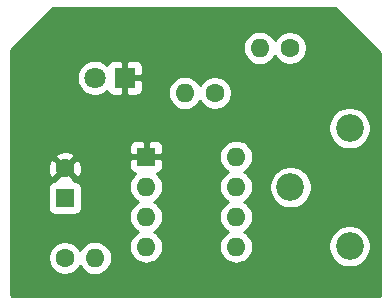
<source format=gbr>
G04 #@! TF.GenerationSoftware,KiCad,Pcbnew,5.1.4-e60b266~84~ubuntu16.04.1*
G04 #@! TF.CreationDate,2019-08-22T14:48:52+07:00*
G04 #@! TF.ProjectId,clock555,636c6f63-6b35-4353-952e-6b696361645f,rev?*
G04 #@! TF.SameCoordinates,Original*
G04 #@! TF.FileFunction,Copper,L2,Bot*
G04 #@! TF.FilePolarity,Positive*
%FSLAX46Y46*%
G04 Gerber Fmt 4.6, Leading zero omitted, Abs format (unit mm)*
G04 Created by KiCad (PCBNEW 5.1.4-e60b266~84~ubuntu16.04.1) date 2019-08-22 14:48:52*
%MOMM*%
%LPD*%
G04 APERTURE LIST*
%ADD10O,1.600000X1.600000*%
%ADD11R,1.600000X1.600000*%
%ADD12C,2.340000*%
%ADD13C,1.600000*%
%ADD14C,1.800000*%
%ADD15R,1.800000X1.800000*%
%ADD16C,0.254000*%
G04 APERTURE END LIST*
D10*
X145873559Y-112283200D03*
X138253559Y-119903200D03*
X145873559Y-114823200D03*
X138253559Y-117363200D03*
X145873559Y-117363200D03*
X138253559Y-114823200D03*
X145873559Y-119903200D03*
D11*
X138253559Y-112283200D03*
D12*
X155473400Y-119862600D03*
X150473400Y-114862600D03*
X155473400Y-109862600D03*
D10*
X147878800Y-103073200D03*
D13*
X150418800Y-103073200D03*
D10*
X133908800Y-120853200D03*
D13*
X131368800Y-120853200D03*
D10*
X141528800Y-106883200D03*
D13*
X144068800Y-106883200D03*
D14*
X133908800Y-105613200D03*
D15*
X136448800Y-105613200D03*
D13*
X131368800Y-113273200D03*
D11*
X131368800Y-115773200D03*
D16*
G36*
X158013400Y-103481406D02*
G01*
X158013400Y-124104400D01*
X126908900Y-124104400D01*
X126888928Y-124093781D01*
X126858570Y-124069022D01*
X126833600Y-124038838D01*
X126814969Y-124004381D01*
X126803384Y-123966955D01*
X126796000Y-123896702D01*
X126796000Y-120711865D01*
X129933800Y-120711865D01*
X129933800Y-120994535D01*
X129988947Y-121271774D01*
X130097120Y-121532927D01*
X130254163Y-121767959D01*
X130454041Y-121967837D01*
X130689073Y-122124880D01*
X130950226Y-122233053D01*
X131227465Y-122288200D01*
X131510135Y-122288200D01*
X131787374Y-122233053D01*
X132048527Y-122124880D01*
X132283559Y-121967837D01*
X132483437Y-121767959D01*
X132640480Y-121532927D01*
X132642450Y-121528171D01*
X132709868Y-121654301D01*
X132889192Y-121872808D01*
X133107699Y-122052132D01*
X133356992Y-122185382D01*
X133627491Y-122267436D01*
X133838308Y-122288200D01*
X133979292Y-122288200D01*
X134190109Y-122267436D01*
X134460608Y-122185382D01*
X134709901Y-122052132D01*
X134928408Y-121872808D01*
X135107732Y-121654301D01*
X135240982Y-121405008D01*
X135323036Y-121134509D01*
X135350743Y-120853200D01*
X135323036Y-120571891D01*
X135240982Y-120301392D01*
X135107732Y-120052099D01*
X134928408Y-119833592D01*
X134709901Y-119654268D01*
X134460608Y-119521018D01*
X134190109Y-119438964D01*
X133979292Y-119418200D01*
X133838308Y-119418200D01*
X133627491Y-119438964D01*
X133356992Y-119521018D01*
X133107699Y-119654268D01*
X132889192Y-119833592D01*
X132709868Y-120052099D01*
X132642450Y-120178229D01*
X132640480Y-120173473D01*
X132483437Y-119938441D01*
X132283559Y-119738563D01*
X132048527Y-119581520D01*
X131787374Y-119473347D01*
X131510135Y-119418200D01*
X131227465Y-119418200D01*
X130950226Y-119473347D01*
X130689073Y-119581520D01*
X130454041Y-119738563D01*
X130254163Y-119938441D01*
X130097120Y-120173473D01*
X129988947Y-120434626D01*
X129933800Y-120711865D01*
X126796000Y-120711865D01*
X126796000Y-114973200D01*
X129930728Y-114973200D01*
X129930728Y-116573200D01*
X129942988Y-116697682D01*
X129979298Y-116817380D01*
X130038263Y-116927694D01*
X130117615Y-117024385D01*
X130214306Y-117103737D01*
X130324620Y-117162702D01*
X130444318Y-117199012D01*
X130568800Y-117211272D01*
X132168800Y-117211272D01*
X132293282Y-117199012D01*
X132412980Y-117162702D01*
X132523294Y-117103737D01*
X132619985Y-117024385D01*
X132699337Y-116927694D01*
X132758302Y-116817380D01*
X132794612Y-116697682D01*
X132806872Y-116573200D01*
X132806872Y-114973200D01*
X132794612Y-114848718D01*
X132786872Y-114823200D01*
X136811616Y-114823200D01*
X136839323Y-115104509D01*
X136921377Y-115375008D01*
X137054627Y-115624301D01*
X137233951Y-115842808D01*
X137452458Y-116022132D01*
X137585417Y-116093200D01*
X137452458Y-116164268D01*
X137233951Y-116343592D01*
X137054627Y-116562099D01*
X136921377Y-116811392D01*
X136839323Y-117081891D01*
X136811616Y-117363200D01*
X136839323Y-117644509D01*
X136921377Y-117915008D01*
X137054627Y-118164301D01*
X137233951Y-118382808D01*
X137452458Y-118562132D01*
X137585417Y-118633200D01*
X137452458Y-118704268D01*
X137233951Y-118883592D01*
X137054627Y-119102099D01*
X136921377Y-119351392D01*
X136839323Y-119621891D01*
X136811616Y-119903200D01*
X136839323Y-120184509D01*
X136921377Y-120455008D01*
X137054627Y-120704301D01*
X137233951Y-120922808D01*
X137452458Y-121102132D01*
X137701751Y-121235382D01*
X137972250Y-121317436D01*
X138183067Y-121338200D01*
X138324051Y-121338200D01*
X138534868Y-121317436D01*
X138805367Y-121235382D01*
X139054660Y-121102132D01*
X139273167Y-120922808D01*
X139452491Y-120704301D01*
X139585741Y-120455008D01*
X139667795Y-120184509D01*
X139695502Y-119903200D01*
X139667795Y-119621891D01*
X139585741Y-119351392D01*
X139452491Y-119102099D01*
X139273167Y-118883592D01*
X139054660Y-118704268D01*
X138921701Y-118633200D01*
X139054660Y-118562132D01*
X139273167Y-118382808D01*
X139452491Y-118164301D01*
X139585741Y-117915008D01*
X139667795Y-117644509D01*
X139695502Y-117363200D01*
X139667795Y-117081891D01*
X139585741Y-116811392D01*
X139452491Y-116562099D01*
X139273167Y-116343592D01*
X139054660Y-116164268D01*
X138921701Y-116093200D01*
X139054660Y-116022132D01*
X139273167Y-115842808D01*
X139452491Y-115624301D01*
X139585741Y-115375008D01*
X139667795Y-115104509D01*
X139695502Y-114823200D01*
X139667795Y-114541891D01*
X139585741Y-114271392D01*
X139452491Y-114022099D01*
X139273167Y-113803592D01*
X139160077Y-113710781D01*
X139178041Y-113709012D01*
X139297739Y-113672702D01*
X139408053Y-113613737D01*
X139504744Y-113534385D01*
X139584096Y-113437694D01*
X139643061Y-113327380D01*
X139679371Y-113207682D01*
X139691631Y-113083200D01*
X139688559Y-112568950D01*
X139529809Y-112410200D01*
X138380559Y-112410200D01*
X138380559Y-112430200D01*
X138126559Y-112430200D01*
X138126559Y-112410200D01*
X136977309Y-112410200D01*
X136818559Y-112568950D01*
X136815487Y-113083200D01*
X136827747Y-113207682D01*
X136864057Y-113327380D01*
X136923022Y-113437694D01*
X137002374Y-113534385D01*
X137099065Y-113613737D01*
X137209379Y-113672702D01*
X137329077Y-113709012D01*
X137347041Y-113710781D01*
X137233951Y-113803592D01*
X137054627Y-114022099D01*
X136921377Y-114271392D01*
X136839323Y-114541891D01*
X136811616Y-114823200D01*
X132786872Y-114823200D01*
X132758302Y-114729020D01*
X132699337Y-114618706D01*
X132619985Y-114522015D01*
X132523294Y-114442663D01*
X132412980Y-114383698D01*
X132293282Y-114347388D01*
X132168800Y-114335128D01*
X132161585Y-114335128D01*
X132181897Y-114265902D01*
X131368800Y-113452805D01*
X130555703Y-114265902D01*
X130576015Y-114335128D01*
X130568800Y-114335128D01*
X130444318Y-114347388D01*
X130324620Y-114383698D01*
X130214306Y-114442663D01*
X130117615Y-114522015D01*
X130038263Y-114618706D01*
X129979298Y-114729020D01*
X129942988Y-114848718D01*
X129930728Y-114973200D01*
X126796000Y-114973200D01*
X126796000Y-113343712D01*
X129928583Y-113343712D01*
X129970013Y-113623330D01*
X130065197Y-113889492D01*
X130132129Y-114014714D01*
X130376098Y-114086297D01*
X131189195Y-113273200D01*
X131548405Y-113273200D01*
X132361502Y-114086297D01*
X132605471Y-114014714D01*
X132726371Y-113759204D01*
X132795100Y-113485016D01*
X132809017Y-113202688D01*
X132767587Y-112923070D01*
X132672403Y-112656908D01*
X132605471Y-112531686D01*
X132361502Y-112460103D01*
X131548405Y-113273200D01*
X131189195Y-113273200D01*
X130376098Y-112460103D01*
X130132129Y-112531686D01*
X130011229Y-112787196D01*
X129942500Y-113061384D01*
X129928583Y-113343712D01*
X126796000Y-113343712D01*
X126796000Y-112280498D01*
X130555703Y-112280498D01*
X131368800Y-113093595D01*
X132179195Y-112283200D01*
X144431616Y-112283200D01*
X144459323Y-112564509D01*
X144541377Y-112835008D01*
X144674627Y-113084301D01*
X144853951Y-113302808D01*
X145072458Y-113482132D01*
X145205417Y-113553200D01*
X145072458Y-113624268D01*
X144853951Y-113803592D01*
X144674627Y-114022099D01*
X144541377Y-114271392D01*
X144459323Y-114541891D01*
X144431616Y-114823200D01*
X144459323Y-115104509D01*
X144541377Y-115375008D01*
X144674627Y-115624301D01*
X144853951Y-115842808D01*
X145072458Y-116022132D01*
X145205417Y-116093200D01*
X145072458Y-116164268D01*
X144853951Y-116343592D01*
X144674627Y-116562099D01*
X144541377Y-116811392D01*
X144459323Y-117081891D01*
X144431616Y-117363200D01*
X144459323Y-117644509D01*
X144541377Y-117915008D01*
X144674627Y-118164301D01*
X144853951Y-118382808D01*
X145072458Y-118562132D01*
X145205417Y-118633200D01*
X145072458Y-118704268D01*
X144853951Y-118883592D01*
X144674627Y-119102099D01*
X144541377Y-119351392D01*
X144459323Y-119621891D01*
X144431616Y-119903200D01*
X144459323Y-120184509D01*
X144541377Y-120455008D01*
X144674627Y-120704301D01*
X144853951Y-120922808D01*
X145072458Y-121102132D01*
X145321751Y-121235382D01*
X145592250Y-121317436D01*
X145803067Y-121338200D01*
X145944051Y-121338200D01*
X146154868Y-121317436D01*
X146425367Y-121235382D01*
X146674660Y-121102132D01*
X146893167Y-120922808D01*
X147072491Y-120704301D01*
X147205741Y-120455008D01*
X147287795Y-120184509D01*
X147315502Y-119903200D01*
X147293994Y-119684823D01*
X153668400Y-119684823D01*
X153668400Y-120040377D01*
X153737765Y-120389099D01*
X153873829Y-120717588D01*
X154071365Y-121013221D01*
X154322779Y-121264635D01*
X154618412Y-121462171D01*
X154946901Y-121598235D01*
X155295623Y-121667600D01*
X155651177Y-121667600D01*
X155999899Y-121598235D01*
X156328388Y-121462171D01*
X156624021Y-121264635D01*
X156875435Y-121013221D01*
X157072971Y-120717588D01*
X157209035Y-120389099D01*
X157278400Y-120040377D01*
X157278400Y-119684823D01*
X157209035Y-119336101D01*
X157072971Y-119007612D01*
X156875435Y-118711979D01*
X156624021Y-118460565D01*
X156328388Y-118263029D01*
X155999899Y-118126965D01*
X155651177Y-118057600D01*
X155295623Y-118057600D01*
X154946901Y-118126965D01*
X154618412Y-118263029D01*
X154322779Y-118460565D01*
X154071365Y-118711979D01*
X153873829Y-119007612D01*
X153737765Y-119336101D01*
X153668400Y-119684823D01*
X147293994Y-119684823D01*
X147287795Y-119621891D01*
X147205741Y-119351392D01*
X147072491Y-119102099D01*
X146893167Y-118883592D01*
X146674660Y-118704268D01*
X146541701Y-118633200D01*
X146674660Y-118562132D01*
X146893167Y-118382808D01*
X147072491Y-118164301D01*
X147205741Y-117915008D01*
X147287795Y-117644509D01*
X147315502Y-117363200D01*
X147287795Y-117081891D01*
X147205741Y-116811392D01*
X147072491Y-116562099D01*
X146893167Y-116343592D01*
X146674660Y-116164268D01*
X146541701Y-116093200D01*
X146674660Y-116022132D01*
X146893167Y-115842808D01*
X147072491Y-115624301D01*
X147205741Y-115375008D01*
X147287795Y-115104509D01*
X147315502Y-114823200D01*
X147301873Y-114684823D01*
X148668400Y-114684823D01*
X148668400Y-115040377D01*
X148737765Y-115389099D01*
X148873829Y-115717588D01*
X149071365Y-116013221D01*
X149322779Y-116264635D01*
X149618412Y-116462171D01*
X149946901Y-116598235D01*
X150295623Y-116667600D01*
X150651177Y-116667600D01*
X150999899Y-116598235D01*
X151328388Y-116462171D01*
X151624021Y-116264635D01*
X151875435Y-116013221D01*
X152072971Y-115717588D01*
X152209035Y-115389099D01*
X152278400Y-115040377D01*
X152278400Y-114684823D01*
X152209035Y-114336101D01*
X152072971Y-114007612D01*
X151875435Y-113711979D01*
X151624021Y-113460565D01*
X151328388Y-113263029D01*
X150999899Y-113126965D01*
X150651177Y-113057600D01*
X150295623Y-113057600D01*
X149946901Y-113126965D01*
X149618412Y-113263029D01*
X149322779Y-113460565D01*
X149071365Y-113711979D01*
X148873829Y-114007612D01*
X148737765Y-114336101D01*
X148668400Y-114684823D01*
X147301873Y-114684823D01*
X147287795Y-114541891D01*
X147205741Y-114271392D01*
X147072491Y-114022099D01*
X146893167Y-113803592D01*
X146674660Y-113624268D01*
X146541701Y-113553200D01*
X146674660Y-113482132D01*
X146893167Y-113302808D01*
X147072491Y-113084301D01*
X147205741Y-112835008D01*
X147287795Y-112564509D01*
X147315502Y-112283200D01*
X147287795Y-112001891D01*
X147205741Y-111731392D01*
X147072491Y-111482099D01*
X146893167Y-111263592D01*
X146674660Y-111084268D01*
X146425367Y-110951018D01*
X146154868Y-110868964D01*
X145944051Y-110848200D01*
X145803067Y-110848200D01*
X145592250Y-110868964D01*
X145321751Y-110951018D01*
X145072458Y-111084268D01*
X144853951Y-111263592D01*
X144674627Y-111482099D01*
X144541377Y-111731392D01*
X144459323Y-112001891D01*
X144431616Y-112283200D01*
X132179195Y-112283200D01*
X132181897Y-112280498D01*
X132110314Y-112036529D01*
X131854804Y-111915629D01*
X131580616Y-111846900D01*
X131298288Y-111832983D01*
X131018670Y-111874413D01*
X130752508Y-111969597D01*
X130627286Y-112036529D01*
X130555703Y-112280498D01*
X126796000Y-112280498D01*
X126796000Y-111483200D01*
X136815487Y-111483200D01*
X136818559Y-111997450D01*
X136977309Y-112156200D01*
X138126559Y-112156200D01*
X138126559Y-111006950D01*
X138380559Y-111006950D01*
X138380559Y-112156200D01*
X139529809Y-112156200D01*
X139688559Y-111997450D01*
X139691631Y-111483200D01*
X139679371Y-111358718D01*
X139643061Y-111239020D01*
X139584096Y-111128706D01*
X139504744Y-111032015D01*
X139408053Y-110952663D01*
X139297739Y-110893698D01*
X139178041Y-110857388D01*
X139053559Y-110845128D01*
X138539309Y-110848200D01*
X138380559Y-111006950D01*
X138126559Y-111006950D01*
X137967809Y-110848200D01*
X137453559Y-110845128D01*
X137329077Y-110857388D01*
X137209379Y-110893698D01*
X137099065Y-110952663D01*
X137002374Y-111032015D01*
X136923022Y-111128706D01*
X136864057Y-111239020D01*
X136827747Y-111358718D01*
X136815487Y-111483200D01*
X126796000Y-111483200D01*
X126796000Y-109684823D01*
X153668400Y-109684823D01*
X153668400Y-110040377D01*
X153737765Y-110389099D01*
X153873829Y-110717588D01*
X154071365Y-111013221D01*
X154322779Y-111264635D01*
X154618412Y-111462171D01*
X154946901Y-111598235D01*
X155295623Y-111667600D01*
X155651177Y-111667600D01*
X155999899Y-111598235D01*
X156328388Y-111462171D01*
X156624021Y-111264635D01*
X156875435Y-111013221D01*
X157072971Y-110717588D01*
X157209035Y-110389099D01*
X157278400Y-110040377D01*
X157278400Y-109684823D01*
X157209035Y-109336101D01*
X157072971Y-109007612D01*
X156875435Y-108711979D01*
X156624021Y-108460565D01*
X156328388Y-108263029D01*
X155999899Y-108126965D01*
X155651177Y-108057600D01*
X155295623Y-108057600D01*
X154946901Y-108126965D01*
X154618412Y-108263029D01*
X154322779Y-108460565D01*
X154071365Y-108711979D01*
X153873829Y-109007612D01*
X153737765Y-109336101D01*
X153668400Y-109684823D01*
X126796000Y-109684823D01*
X126796000Y-105462016D01*
X132373800Y-105462016D01*
X132373800Y-105764384D01*
X132432789Y-106060943D01*
X132548501Y-106340295D01*
X132716488Y-106591705D01*
X132930295Y-106805512D01*
X133181705Y-106973499D01*
X133461057Y-107089211D01*
X133757616Y-107148200D01*
X134059984Y-107148200D01*
X134356543Y-107089211D01*
X134635895Y-106973499D01*
X134887305Y-106805512D01*
X134953744Y-106739073D01*
X134959298Y-106757380D01*
X135018263Y-106867694D01*
X135097615Y-106964385D01*
X135194306Y-107043737D01*
X135304620Y-107102702D01*
X135424318Y-107139012D01*
X135548800Y-107151272D01*
X136163050Y-107148200D01*
X136321800Y-106989450D01*
X136321800Y-105740200D01*
X136575800Y-105740200D01*
X136575800Y-106989450D01*
X136734550Y-107148200D01*
X137348800Y-107151272D01*
X137473282Y-107139012D01*
X137592980Y-107102702D01*
X137703294Y-107043737D01*
X137799985Y-106964385D01*
X137866611Y-106883200D01*
X140086857Y-106883200D01*
X140114564Y-107164509D01*
X140196618Y-107435008D01*
X140329868Y-107684301D01*
X140509192Y-107902808D01*
X140727699Y-108082132D01*
X140976992Y-108215382D01*
X141247491Y-108297436D01*
X141458308Y-108318200D01*
X141599292Y-108318200D01*
X141810109Y-108297436D01*
X142080608Y-108215382D01*
X142329901Y-108082132D01*
X142548408Y-107902808D01*
X142727732Y-107684301D01*
X142795150Y-107558171D01*
X142797120Y-107562927D01*
X142954163Y-107797959D01*
X143154041Y-107997837D01*
X143389073Y-108154880D01*
X143650226Y-108263053D01*
X143927465Y-108318200D01*
X144210135Y-108318200D01*
X144487374Y-108263053D01*
X144748527Y-108154880D01*
X144983559Y-107997837D01*
X145183437Y-107797959D01*
X145340480Y-107562927D01*
X145448653Y-107301774D01*
X145503800Y-107024535D01*
X145503800Y-106741865D01*
X145448653Y-106464626D01*
X145340480Y-106203473D01*
X145183437Y-105968441D01*
X144983559Y-105768563D01*
X144748527Y-105611520D01*
X144487374Y-105503347D01*
X144210135Y-105448200D01*
X143927465Y-105448200D01*
X143650226Y-105503347D01*
X143389073Y-105611520D01*
X143154041Y-105768563D01*
X142954163Y-105968441D01*
X142797120Y-106203473D01*
X142795150Y-106208229D01*
X142727732Y-106082099D01*
X142548408Y-105863592D01*
X142329901Y-105684268D01*
X142080608Y-105551018D01*
X141810109Y-105468964D01*
X141599292Y-105448200D01*
X141458308Y-105448200D01*
X141247491Y-105468964D01*
X140976992Y-105551018D01*
X140727699Y-105684268D01*
X140509192Y-105863592D01*
X140329868Y-106082099D01*
X140196618Y-106331392D01*
X140114564Y-106601891D01*
X140086857Y-106883200D01*
X137866611Y-106883200D01*
X137879337Y-106867694D01*
X137938302Y-106757380D01*
X137974612Y-106637682D01*
X137986872Y-106513200D01*
X137983800Y-105898950D01*
X137825050Y-105740200D01*
X136575800Y-105740200D01*
X136321800Y-105740200D01*
X136301800Y-105740200D01*
X136301800Y-105486200D01*
X136321800Y-105486200D01*
X136321800Y-104236950D01*
X136575800Y-104236950D01*
X136575800Y-105486200D01*
X137825050Y-105486200D01*
X137983800Y-105327450D01*
X137986872Y-104713200D01*
X137974612Y-104588718D01*
X137938302Y-104469020D01*
X137879337Y-104358706D01*
X137799985Y-104262015D01*
X137703294Y-104182663D01*
X137592980Y-104123698D01*
X137473282Y-104087388D01*
X137348800Y-104075128D01*
X136734550Y-104078200D01*
X136575800Y-104236950D01*
X136321800Y-104236950D01*
X136163050Y-104078200D01*
X135548800Y-104075128D01*
X135424318Y-104087388D01*
X135304620Y-104123698D01*
X135194306Y-104182663D01*
X135097615Y-104262015D01*
X135018263Y-104358706D01*
X134959298Y-104469020D01*
X134953744Y-104487327D01*
X134887305Y-104420888D01*
X134635895Y-104252901D01*
X134356543Y-104137189D01*
X134059984Y-104078200D01*
X133757616Y-104078200D01*
X133461057Y-104137189D01*
X133181705Y-104252901D01*
X132930295Y-104420888D01*
X132716488Y-104634695D01*
X132548501Y-104886105D01*
X132432789Y-105165457D01*
X132373800Y-105462016D01*
X126796000Y-105462016D01*
X126796000Y-103279006D01*
X127001806Y-103073200D01*
X146436857Y-103073200D01*
X146464564Y-103354509D01*
X146546618Y-103625008D01*
X146679868Y-103874301D01*
X146859192Y-104092808D01*
X147077699Y-104272132D01*
X147326992Y-104405382D01*
X147597491Y-104487436D01*
X147808308Y-104508200D01*
X147949292Y-104508200D01*
X148160109Y-104487436D01*
X148430608Y-104405382D01*
X148679901Y-104272132D01*
X148898408Y-104092808D01*
X149077732Y-103874301D01*
X149145150Y-103748171D01*
X149147120Y-103752927D01*
X149304163Y-103987959D01*
X149504041Y-104187837D01*
X149739073Y-104344880D01*
X150000226Y-104453053D01*
X150277465Y-104508200D01*
X150560135Y-104508200D01*
X150837374Y-104453053D01*
X151098527Y-104344880D01*
X151333559Y-104187837D01*
X151533437Y-103987959D01*
X151690480Y-103752927D01*
X151798653Y-103491774D01*
X151853800Y-103214535D01*
X151853800Y-102931865D01*
X151798653Y-102654626D01*
X151690480Y-102393473D01*
X151533437Y-102158441D01*
X151333559Y-101958563D01*
X151098527Y-101801520D01*
X150837374Y-101693347D01*
X150560135Y-101638200D01*
X150277465Y-101638200D01*
X150000226Y-101693347D01*
X149739073Y-101801520D01*
X149504041Y-101958563D01*
X149304163Y-102158441D01*
X149147120Y-102393473D01*
X149145150Y-102398229D01*
X149077732Y-102272099D01*
X148898408Y-102053592D01*
X148679901Y-101874268D01*
X148430608Y-101741018D01*
X148160109Y-101658964D01*
X147949292Y-101638200D01*
X147808308Y-101638200D01*
X147597491Y-101658964D01*
X147326992Y-101741018D01*
X147077699Y-101874268D01*
X146859192Y-102053592D01*
X146679868Y-102272099D01*
X146546618Y-102521392D01*
X146464564Y-102791891D01*
X146436857Y-103073200D01*
X127001806Y-103073200D01*
X130330744Y-99744262D01*
X131142064Y-99720400D01*
X154252394Y-99720400D01*
X158013400Y-103481406D01*
X158013400Y-103481406D01*
G37*
X158013400Y-103481406D02*
X158013400Y-124104400D01*
X126908900Y-124104400D01*
X126888928Y-124093781D01*
X126858570Y-124069022D01*
X126833600Y-124038838D01*
X126814969Y-124004381D01*
X126803384Y-123966955D01*
X126796000Y-123896702D01*
X126796000Y-120711865D01*
X129933800Y-120711865D01*
X129933800Y-120994535D01*
X129988947Y-121271774D01*
X130097120Y-121532927D01*
X130254163Y-121767959D01*
X130454041Y-121967837D01*
X130689073Y-122124880D01*
X130950226Y-122233053D01*
X131227465Y-122288200D01*
X131510135Y-122288200D01*
X131787374Y-122233053D01*
X132048527Y-122124880D01*
X132283559Y-121967837D01*
X132483437Y-121767959D01*
X132640480Y-121532927D01*
X132642450Y-121528171D01*
X132709868Y-121654301D01*
X132889192Y-121872808D01*
X133107699Y-122052132D01*
X133356992Y-122185382D01*
X133627491Y-122267436D01*
X133838308Y-122288200D01*
X133979292Y-122288200D01*
X134190109Y-122267436D01*
X134460608Y-122185382D01*
X134709901Y-122052132D01*
X134928408Y-121872808D01*
X135107732Y-121654301D01*
X135240982Y-121405008D01*
X135323036Y-121134509D01*
X135350743Y-120853200D01*
X135323036Y-120571891D01*
X135240982Y-120301392D01*
X135107732Y-120052099D01*
X134928408Y-119833592D01*
X134709901Y-119654268D01*
X134460608Y-119521018D01*
X134190109Y-119438964D01*
X133979292Y-119418200D01*
X133838308Y-119418200D01*
X133627491Y-119438964D01*
X133356992Y-119521018D01*
X133107699Y-119654268D01*
X132889192Y-119833592D01*
X132709868Y-120052099D01*
X132642450Y-120178229D01*
X132640480Y-120173473D01*
X132483437Y-119938441D01*
X132283559Y-119738563D01*
X132048527Y-119581520D01*
X131787374Y-119473347D01*
X131510135Y-119418200D01*
X131227465Y-119418200D01*
X130950226Y-119473347D01*
X130689073Y-119581520D01*
X130454041Y-119738563D01*
X130254163Y-119938441D01*
X130097120Y-120173473D01*
X129988947Y-120434626D01*
X129933800Y-120711865D01*
X126796000Y-120711865D01*
X126796000Y-114973200D01*
X129930728Y-114973200D01*
X129930728Y-116573200D01*
X129942988Y-116697682D01*
X129979298Y-116817380D01*
X130038263Y-116927694D01*
X130117615Y-117024385D01*
X130214306Y-117103737D01*
X130324620Y-117162702D01*
X130444318Y-117199012D01*
X130568800Y-117211272D01*
X132168800Y-117211272D01*
X132293282Y-117199012D01*
X132412980Y-117162702D01*
X132523294Y-117103737D01*
X132619985Y-117024385D01*
X132699337Y-116927694D01*
X132758302Y-116817380D01*
X132794612Y-116697682D01*
X132806872Y-116573200D01*
X132806872Y-114973200D01*
X132794612Y-114848718D01*
X132786872Y-114823200D01*
X136811616Y-114823200D01*
X136839323Y-115104509D01*
X136921377Y-115375008D01*
X137054627Y-115624301D01*
X137233951Y-115842808D01*
X137452458Y-116022132D01*
X137585417Y-116093200D01*
X137452458Y-116164268D01*
X137233951Y-116343592D01*
X137054627Y-116562099D01*
X136921377Y-116811392D01*
X136839323Y-117081891D01*
X136811616Y-117363200D01*
X136839323Y-117644509D01*
X136921377Y-117915008D01*
X137054627Y-118164301D01*
X137233951Y-118382808D01*
X137452458Y-118562132D01*
X137585417Y-118633200D01*
X137452458Y-118704268D01*
X137233951Y-118883592D01*
X137054627Y-119102099D01*
X136921377Y-119351392D01*
X136839323Y-119621891D01*
X136811616Y-119903200D01*
X136839323Y-120184509D01*
X136921377Y-120455008D01*
X137054627Y-120704301D01*
X137233951Y-120922808D01*
X137452458Y-121102132D01*
X137701751Y-121235382D01*
X137972250Y-121317436D01*
X138183067Y-121338200D01*
X138324051Y-121338200D01*
X138534868Y-121317436D01*
X138805367Y-121235382D01*
X139054660Y-121102132D01*
X139273167Y-120922808D01*
X139452491Y-120704301D01*
X139585741Y-120455008D01*
X139667795Y-120184509D01*
X139695502Y-119903200D01*
X139667795Y-119621891D01*
X139585741Y-119351392D01*
X139452491Y-119102099D01*
X139273167Y-118883592D01*
X139054660Y-118704268D01*
X138921701Y-118633200D01*
X139054660Y-118562132D01*
X139273167Y-118382808D01*
X139452491Y-118164301D01*
X139585741Y-117915008D01*
X139667795Y-117644509D01*
X139695502Y-117363200D01*
X139667795Y-117081891D01*
X139585741Y-116811392D01*
X139452491Y-116562099D01*
X139273167Y-116343592D01*
X139054660Y-116164268D01*
X138921701Y-116093200D01*
X139054660Y-116022132D01*
X139273167Y-115842808D01*
X139452491Y-115624301D01*
X139585741Y-115375008D01*
X139667795Y-115104509D01*
X139695502Y-114823200D01*
X139667795Y-114541891D01*
X139585741Y-114271392D01*
X139452491Y-114022099D01*
X139273167Y-113803592D01*
X139160077Y-113710781D01*
X139178041Y-113709012D01*
X139297739Y-113672702D01*
X139408053Y-113613737D01*
X139504744Y-113534385D01*
X139584096Y-113437694D01*
X139643061Y-113327380D01*
X139679371Y-113207682D01*
X139691631Y-113083200D01*
X139688559Y-112568950D01*
X139529809Y-112410200D01*
X138380559Y-112410200D01*
X138380559Y-112430200D01*
X138126559Y-112430200D01*
X138126559Y-112410200D01*
X136977309Y-112410200D01*
X136818559Y-112568950D01*
X136815487Y-113083200D01*
X136827747Y-113207682D01*
X136864057Y-113327380D01*
X136923022Y-113437694D01*
X137002374Y-113534385D01*
X137099065Y-113613737D01*
X137209379Y-113672702D01*
X137329077Y-113709012D01*
X137347041Y-113710781D01*
X137233951Y-113803592D01*
X137054627Y-114022099D01*
X136921377Y-114271392D01*
X136839323Y-114541891D01*
X136811616Y-114823200D01*
X132786872Y-114823200D01*
X132758302Y-114729020D01*
X132699337Y-114618706D01*
X132619985Y-114522015D01*
X132523294Y-114442663D01*
X132412980Y-114383698D01*
X132293282Y-114347388D01*
X132168800Y-114335128D01*
X132161585Y-114335128D01*
X132181897Y-114265902D01*
X131368800Y-113452805D01*
X130555703Y-114265902D01*
X130576015Y-114335128D01*
X130568800Y-114335128D01*
X130444318Y-114347388D01*
X130324620Y-114383698D01*
X130214306Y-114442663D01*
X130117615Y-114522015D01*
X130038263Y-114618706D01*
X129979298Y-114729020D01*
X129942988Y-114848718D01*
X129930728Y-114973200D01*
X126796000Y-114973200D01*
X126796000Y-113343712D01*
X129928583Y-113343712D01*
X129970013Y-113623330D01*
X130065197Y-113889492D01*
X130132129Y-114014714D01*
X130376098Y-114086297D01*
X131189195Y-113273200D01*
X131548405Y-113273200D01*
X132361502Y-114086297D01*
X132605471Y-114014714D01*
X132726371Y-113759204D01*
X132795100Y-113485016D01*
X132809017Y-113202688D01*
X132767587Y-112923070D01*
X132672403Y-112656908D01*
X132605471Y-112531686D01*
X132361502Y-112460103D01*
X131548405Y-113273200D01*
X131189195Y-113273200D01*
X130376098Y-112460103D01*
X130132129Y-112531686D01*
X130011229Y-112787196D01*
X129942500Y-113061384D01*
X129928583Y-113343712D01*
X126796000Y-113343712D01*
X126796000Y-112280498D01*
X130555703Y-112280498D01*
X131368800Y-113093595D01*
X132179195Y-112283200D01*
X144431616Y-112283200D01*
X144459323Y-112564509D01*
X144541377Y-112835008D01*
X144674627Y-113084301D01*
X144853951Y-113302808D01*
X145072458Y-113482132D01*
X145205417Y-113553200D01*
X145072458Y-113624268D01*
X144853951Y-113803592D01*
X144674627Y-114022099D01*
X144541377Y-114271392D01*
X144459323Y-114541891D01*
X144431616Y-114823200D01*
X144459323Y-115104509D01*
X144541377Y-115375008D01*
X144674627Y-115624301D01*
X144853951Y-115842808D01*
X145072458Y-116022132D01*
X145205417Y-116093200D01*
X145072458Y-116164268D01*
X144853951Y-116343592D01*
X144674627Y-116562099D01*
X144541377Y-116811392D01*
X144459323Y-117081891D01*
X144431616Y-117363200D01*
X144459323Y-117644509D01*
X144541377Y-117915008D01*
X144674627Y-118164301D01*
X144853951Y-118382808D01*
X145072458Y-118562132D01*
X145205417Y-118633200D01*
X145072458Y-118704268D01*
X144853951Y-118883592D01*
X144674627Y-119102099D01*
X144541377Y-119351392D01*
X144459323Y-119621891D01*
X144431616Y-119903200D01*
X144459323Y-120184509D01*
X144541377Y-120455008D01*
X144674627Y-120704301D01*
X144853951Y-120922808D01*
X145072458Y-121102132D01*
X145321751Y-121235382D01*
X145592250Y-121317436D01*
X145803067Y-121338200D01*
X145944051Y-121338200D01*
X146154868Y-121317436D01*
X146425367Y-121235382D01*
X146674660Y-121102132D01*
X146893167Y-120922808D01*
X147072491Y-120704301D01*
X147205741Y-120455008D01*
X147287795Y-120184509D01*
X147315502Y-119903200D01*
X147293994Y-119684823D01*
X153668400Y-119684823D01*
X153668400Y-120040377D01*
X153737765Y-120389099D01*
X153873829Y-120717588D01*
X154071365Y-121013221D01*
X154322779Y-121264635D01*
X154618412Y-121462171D01*
X154946901Y-121598235D01*
X155295623Y-121667600D01*
X155651177Y-121667600D01*
X155999899Y-121598235D01*
X156328388Y-121462171D01*
X156624021Y-121264635D01*
X156875435Y-121013221D01*
X157072971Y-120717588D01*
X157209035Y-120389099D01*
X157278400Y-120040377D01*
X157278400Y-119684823D01*
X157209035Y-119336101D01*
X157072971Y-119007612D01*
X156875435Y-118711979D01*
X156624021Y-118460565D01*
X156328388Y-118263029D01*
X155999899Y-118126965D01*
X155651177Y-118057600D01*
X155295623Y-118057600D01*
X154946901Y-118126965D01*
X154618412Y-118263029D01*
X154322779Y-118460565D01*
X154071365Y-118711979D01*
X153873829Y-119007612D01*
X153737765Y-119336101D01*
X153668400Y-119684823D01*
X147293994Y-119684823D01*
X147287795Y-119621891D01*
X147205741Y-119351392D01*
X147072491Y-119102099D01*
X146893167Y-118883592D01*
X146674660Y-118704268D01*
X146541701Y-118633200D01*
X146674660Y-118562132D01*
X146893167Y-118382808D01*
X147072491Y-118164301D01*
X147205741Y-117915008D01*
X147287795Y-117644509D01*
X147315502Y-117363200D01*
X147287795Y-117081891D01*
X147205741Y-116811392D01*
X147072491Y-116562099D01*
X146893167Y-116343592D01*
X146674660Y-116164268D01*
X146541701Y-116093200D01*
X146674660Y-116022132D01*
X146893167Y-115842808D01*
X147072491Y-115624301D01*
X147205741Y-115375008D01*
X147287795Y-115104509D01*
X147315502Y-114823200D01*
X147301873Y-114684823D01*
X148668400Y-114684823D01*
X148668400Y-115040377D01*
X148737765Y-115389099D01*
X148873829Y-115717588D01*
X149071365Y-116013221D01*
X149322779Y-116264635D01*
X149618412Y-116462171D01*
X149946901Y-116598235D01*
X150295623Y-116667600D01*
X150651177Y-116667600D01*
X150999899Y-116598235D01*
X151328388Y-116462171D01*
X151624021Y-116264635D01*
X151875435Y-116013221D01*
X152072971Y-115717588D01*
X152209035Y-115389099D01*
X152278400Y-115040377D01*
X152278400Y-114684823D01*
X152209035Y-114336101D01*
X152072971Y-114007612D01*
X151875435Y-113711979D01*
X151624021Y-113460565D01*
X151328388Y-113263029D01*
X150999899Y-113126965D01*
X150651177Y-113057600D01*
X150295623Y-113057600D01*
X149946901Y-113126965D01*
X149618412Y-113263029D01*
X149322779Y-113460565D01*
X149071365Y-113711979D01*
X148873829Y-114007612D01*
X148737765Y-114336101D01*
X148668400Y-114684823D01*
X147301873Y-114684823D01*
X147287795Y-114541891D01*
X147205741Y-114271392D01*
X147072491Y-114022099D01*
X146893167Y-113803592D01*
X146674660Y-113624268D01*
X146541701Y-113553200D01*
X146674660Y-113482132D01*
X146893167Y-113302808D01*
X147072491Y-113084301D01*
X147205741Y-112835008D01*
X147287795Y-112564509D01*
X147315502Y-112283200D01*
X147287795Y-112001891D01*
X147205741Y-111731392D01*
X147072491Y-111482099D01*
X146893167Y-111263592D01*
X146674660Y-111084268D01*
X146425367Y-110951018D01*
X146154868Y-110868964D01*
X145944051Y-110848200D01*
X145803067Y-110848200D01*
X145592250Y-110868964D01*
X145321751Y-110951018D01*
X145072458Y-111084268D01*
X144853951Y-111263592D01*
X144674627Y-111482099D01*
X144541377Y-111731392D01*
X144459323Y-112001891D01*
X144431616Y-112283200D01*
X132179195Y-112283200D01*
X132181897Y-112280498D01*
X132110314Y-112036529D01*
X131854804Y-111915629D01*
X131580616Y-111846900D01*
X131298288Y-111832983D01*
X131018670Y-111874413D01*
X130752508Y-111969597D01*
X130627286Y-112036529D01*
X130555703Y-112280498D01*
X126796000Y-112280498D01*
X126796000Y-111483200D01*
X136815487Y-111483200D01*
X136818559Y-111997450D01*
X136977309Y-112156200D01*
X138126559Y-112156200D01*
X138126559Y-111006950D01*
X138380559Y-111006950D01*
X138380559Y-112156200D01*
X139529809Y-112156200D01*
X139688559Y-111997450D01*
X139691631Y-111483200D01*
X139679371Y-111358718D01*
X139643061Y-111239020D01*
X139584096Y-111128706D01*
X139504744Y-111032015D01*
X139408053Y-110952663D01*
X139297739Y-110893698D01*
X139178041Y-110857388D01*
X139053559Y-110845128D01*
X138539309Y-110848200D01*
X138380559Y-111006950D01*
X138126559Y-111006950D01*
X137967809Y-110848200D01*
X137453559Y-110845128D01*
X137329077Y-110857388D01*
X137209379Y-110893698D01*
X137099065Y-110952663D01*
X137002374Y-111032015D01*
X136923022Y-111128706D01*
X136864057Y-111239020D01*
X136827747Y-111358718D01*
X136815487Y-111483200D01*
X126796000Y-111483200D01*
X126796000Y-109684823D01*
X153668400Y-109684823D01*
X153668400Y-110040377D01*
X153737765Y-110389099D01*
X153873829Y-110717588D01*
X154071365Y-111013221D01*
X154322779Y-111264635D01*
X154618412Y-111462171D01*
X154946901Y-111598235D01*
X155295623Y-111667600D01*
X155651177Y-111667600D01*
X155999899Y-111598235D01*
X156328388Y-111462171D01*
X156624021Y-111264635D01*
X156875435Y-111013221D01*
X157072971Y-110717588D01*
X157209035Y-110389099D01*
X157278400Y-110040377D01*
X157278400Y-109684823D01*
X157209035Y-109336101D01*
X157072971Y-109007612D01*
X156875435Y-108711979D01*
X156624021Y-108460565D01*
X156328388Y-108263029D01*
X155999899Y-108126965D01*
X155651177Y-108057600D01*
X155295623Y-108057600D01*
X154946901Y-108126965D01*
X154618412Y-108263029D01*
X154322779Y-108460565D01*
X154071365Y-108711979D01*
X153873829Y-109007612D01*
X153737765Y-109336101D01*
X153668400Y-109684823D01*
X126796000Y-109684823D01*
X126796000Y-105462016D01*
X132373800Y-105462016D01*
X132373800Y-105764384D01*
X132432789Y-106060943D01*
X132548501Y-106340295D01*
X132716488Y-106591705D01*
X132930295Y-106805512D01*
X133181705Y-106973499D01*
X133461057Y-107089211D01*
X133757616Y-107148200D01*
X134059984Y-107148200D01*
X134356543Y-107089211D01*
X134635895Y-106973499D01*
X134887305Y-106805512D01*
X134953744Y-106739073D01*
X134959298Y-106757380D01*
X135018263Y-106867694D01*
X135097615Y-106964385D01*
X135194306Y-107043737D01*
X135304620Y-107102702D01*
X135424318Y-107139012D01*
X135548800Y-107151272D01*
X136163050Y-107148200D01*
X136321800Y-106989450D01*
X136321800Y-105740200D01*
X136575800Y-105740200D01*
X136575800Y-106989450D01*
X136734550Y-107148200D01*
X137348800Y-107151272D01*
X137473282Y-107139012D01*
X137592980Y-107102702D01*
X137703294Y-107043737D01*
X137799985Y-106964385D01*
X137866611Y-106883200D01*
X140086857Y-106883200D01*
X140114564Y-107164509D01*
X140196618Y-107435008D01*
X140329868Y-107684301D01*
X140509192Y-107902808D01*
X140727699Y-108082132D01*
X140976992Y-108215382D01*
X141247491Y-108297436D01*
X141458308Y-108318200D01*
X141599292Y-108318200D01*
X141810109Y-108297436D01*
X142080608Y-108215382D01*
X142329901Y-108082132D01*
X142548408Y-107902808D01*
X142727732Y-107684301D01*
X142795150Y-107558171D01*
X142797120Y-107562927D01*
X142954163Y-107797959D01*
X143154041Y-107997837D01*
X143389073Y-108154880D01*
X143650226Y-108263053D01*
X143927465Y-108318200D01*
X144210135Y-108318200D01*
X144487374Y-108263053D01*
X144748527Y-108154880D01*
X144983559Y-107997837D01*
X145183437Y-107797959D01*
X145340480Y-107562927D01*
X145448653Y-107301774D01*
X145503800Y-107024535D01*
X145503800Y-106741865D01*
X145448653Y-106464626D01*
X145340480Y-106203473D01*
X145183437Y-105968441D01*
X144983559Y-105768563D01*
X144748527Y-105611520D01*
X144487374Y-105503347D01*
X144210135Y-105448200D01*
X143927465Y-105448200D01*
X143650226Y-105503347D01*
X143389073Y-105611520D01*
X143154041Y-105768563D01*
X142954163Y-105968441D01*
X142797120Y-106203473D01*
X142795150Y-106208229D01*
X142727732Y-106082099D01*
X142548408Y-105863592D01*
X142329901Y-105684268D01*
X142080608Y-105551018D01*
X141810109Y-105468964D01*
X141599292Y-105448200D01*
X141458308Y-105448200D01*
X141247491Y-105468964D01*
X140976992Y-105551018D01*
X140727699Y-105684268D01*
X140509192Y-105863592D01*
X140329868Y-106082099D01*
X140196618Y-106331392D01*
X140114564Y-106601891D01*
X140086857Y-106883200D01*
X137866611Y-106883200D01*
X137879337Y-106867694D01*
X137938302Y-106757380D01*
X137974612Y-106637682D01*
X137986872Y-106513200D01*
X137983800Y-105898950D01*
X137825050Y-105740200D01*
X136575800Y-105740200D01*
X136321800Y-105740200D01*
X136301800Y-105740200D01*
X136301800Y-105486200D01*
X136321800Y-105486200D01*
X136321800Y-104236950D01*
X136575800Y-104236950D01*
X136575800Y-105486200D01*
X137825050Y-105486200D01*
X137983800Y-105327450D01*
X137986872Y-104713200D01*
X137974612Y-104588718D01*
X137938302Y-104469020D01*
X137879337Y-104358706D01*
X137799985Y-104262015D01*
X137703294Y-104182663D01*
X137592980Y-104123698D01*
X137473282Y-104087388D01*
X137348800Y-104075128D01*
X136734550Y-104078200D01*
X136575800Y-104236950D01*
X136321800Y-104236950D01*
X136163050Y-104078200D01*
X135548800Y-104075128D01*
X135424318Y-104087388D01*
X135304620Y-104123698D01*
X135194306Y-104182663D01*
X135097615Y-104262015D01*
X135018263Y-104358706D01*
X134959298Y-104469020D01*
X134953744Y-104487327D01*
X134887305Y-104420888D01*
X134635895Y-104252901D01*
X134356543Y-104137189D01*
X134059984Y-104078200D01*
X133757616Y-104078200D01*
X133461057Y-104137189D01*
X133181705Y-104252901D01*
X132930295Y-104420888D01*
X132716488Y-104634695D01*
X132548501Y-104886105D01*
X132432789Y-105165457D01*
X132373800Y-105462016D01*
X126796000Y-105462016D01*
X126796000Y-103279006D01*
X127001806Y-103073200D01*
X146436857Y-103073200D01*
X146464564Y-103354509D01*
X146546618Y-103625008D01*
X146679868Y-103874301D01*
X146859192Y-104092808D01*
X147077699Y-104272132D01*
X147326992Y-104405382D01*
X147597491Y-104487436D01*
X147808308Y-104508200D01*
X147949292Y-104508200D01*
X148160109Y-104487436D01*
X148430608Y-104405382D01*
X148679901Y-104272132D01*
X148898408Y-104092808D01*
X149077732Y-103874301D01*
X149145150Y-103748171D01*
X149147120Y-103752927D01*
X149304163Y-103987959D01*
X149504041Y-104187837D01*
X149739073Y-104344880D01*
X150000226Y-104453053D01*
X150277465Y-104508200D01*
X150560135Y-104508200D01*
X150837374Y-104453053D01*
X151098527Y-104344880D01*
X151333559Y-104187837D01*
X151533437Y-103987959D01*
X151690480Y-103752927D01*
X151798653Y-103491774D01*
X151853800Y-103214535D01*
X151853800Y-102931865D01*
X151798653Y-102654626D01*
X151690480Y-102393473D01*
X151533437Y-102158441D01*
X151333559Y-101958563D01*
X151098527Y-101801520D01*
X150837374Y-101693347D01*
X150560135Y-101638200D01*
X150277465Y-101638200D01*
X150000226Y-101693347D01*
X149739073Y-101801520D01*
X149504041Y-101958563D01*
X149304163Y-102158441D01*
X149147120Y-102393473D01*
X149145150Y-102398229D01*
X149077732Y-102272099D01*
X148898408Y-102053592D01*
X148679901Y-101874268D01*
X148430608Y-101741018D01*
X148160109Y-101658964D01*
X147949292Y-101638200D01*
X147808308Y-101638200D01*
X147597491Y-101658964D01*
X147326992Y-101741018D01*
X147077699Y-101874268D01*
X146859192Y-102053592D01*
X146679868Y-102272099D01*
X146546618Y-102521392D01*
X146464564Y-102791891D01*
X146436857Y-103073200D01*
X127001806Y-103073200D01*
X130330744Y-99744262D01*
X131142064Y-99720400D01*
X154252394Y-99720400D01*
X158013400Y-103481406D01*
M02*

</source>
